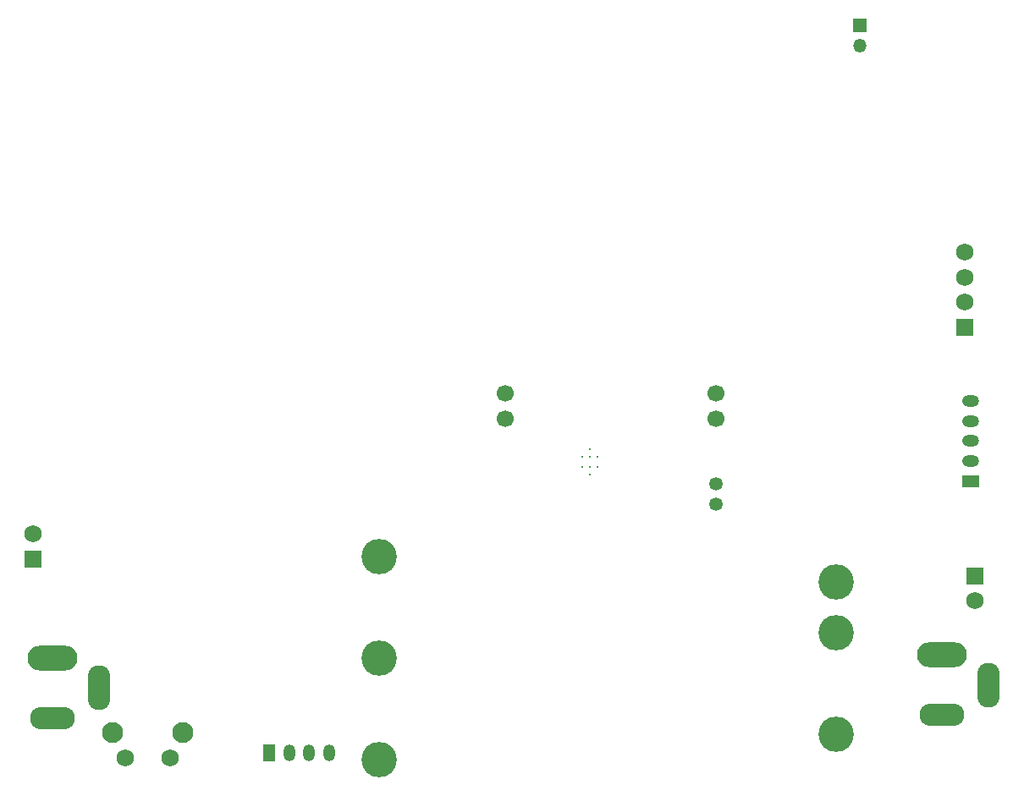
<source format=gbs>
G04 #@! TF.GenerationSoftware,KiCad,Pcbnew,(5.1.8)-1*
G04 #@! TF.CreationDate,2020-12-30T11:10:39+09:00*
G04 #@! TF.ProjectId,JetsonXavierNX_UPS,4a657473-6f6e-4586-9176-6965724e585f,rev?*
G04 #@! TF.SameCoordinates,Original*
G04 #@! TF.FileFunction,Soldermask,Bot*
G04 #@! TF.FilePolarity,Negative*
%FSLAX46Y46*%
G04 Gerber Fmt 4.6, Leading zero omitted, Abs format (unit mm)*
G04 Created by KiCad (PCBNEW (5.1.8)-1) date 2020-12-30 11:10:39*
%MOMM*%
%LPD*%
G01*
G04 APERTURE LIST*
%ADD10O,1.700000X1.200000*%
%ADD11R,1.700000X1.200000*%
%ADD12C,3.540000*%
%ADD13C,1.750000*%
%ADD14R,1.750000X1.750000*%
%ADD15O,2.250000X4.500000*%
%ADD16O,4.500000X2.250000*%
%ADD17O,5.000000X2.500000*%
%ADD18R,1.200000X1.700000*%
%ADD19O,1.200000X1.700000*%
%ADD20R,1.350000X1.350000*%
%ADD21O,1.350000X1.350000*%
%ADD22C,2.100000*%
%ADD23C,0.300000*%
%ADD24C,1.700000*%
%ADD25C,1.350000*%
G04 APERTURE END LIST*
D10*
X206800000Y-124300000D03*
X206800000Y-126300000D03*
X206800000Y-128300000D03*
X206800000Y-130300000D03*
D11*
X206800000Y-132300000D03*
D12*
X147640000Y-139840000D03*
X147640000Y-160160000D03*
X147640000Y-150000000D03*
X193360000Y-142380000D03*
X193360000Y-147460000D03*
X193360000Y-157620000D03*
D13*
X206200000Y-109400000D03*
X206200000Y-111900000D03*
X206200000Y-114400000D03*
D14*
X206200000Y-116900000D03*
D15*
X208600000Y-152700000D03*
D16*
X203900000Y-155700000D03*
D17*
X203900000Y-149700000D03*
D13*
X207200000Y-144300000D03*
D14*
X207200000Y-141800000D03*
D18*
X136600000Y-159500000D03*
D19*
X138600000Y-159500000D03*
X140600000Y-159500000D03*
X142600000Y-159500000D03*
D14*
X113000000Y-140100000D03*
D13*
X113000000Y-137600000D03*
D17*
X114900000Y-150000000D03*
D16*
X114900000Y-156000000D03*
D15*
X119600000Y-153000000D03*
D14*
X206200000Y-116900000D03*
D13*
X206200000Y-114400000D03*
X206200000Y-111900000D03*
X206200000Y-109400000D03*
D20*
X195700000Y-86700000D03*
D21*
X195700000Y-88700000D03*
D22*
X127950000Y-157510000D03*
D13*
X126700000Y-160000000D03*
X122200000Y-160000000D03*
D22*
X120940000Y-157510000D03*
D23*
X168700000Y-130925000D03*
X167925000Y-130925000D03*
X169475000Y-130925000D03*
X168700000Y-129875000D03*
X167925000Y-129875000D03*
X169475000Y-129875000D03*
X168700000Y-131675000D03*
X168700000Y-129125000D03*
D24*
X160200000Y-123560000D03*
D25*
X181300000Y-132600000D03*
D24*
X160200000Y-126100000D03*
X181300000Y-126100000D03*
X181300000Y-123560000D03*
D25*
X181300000Y-134600000D03*
M02*

</source>
